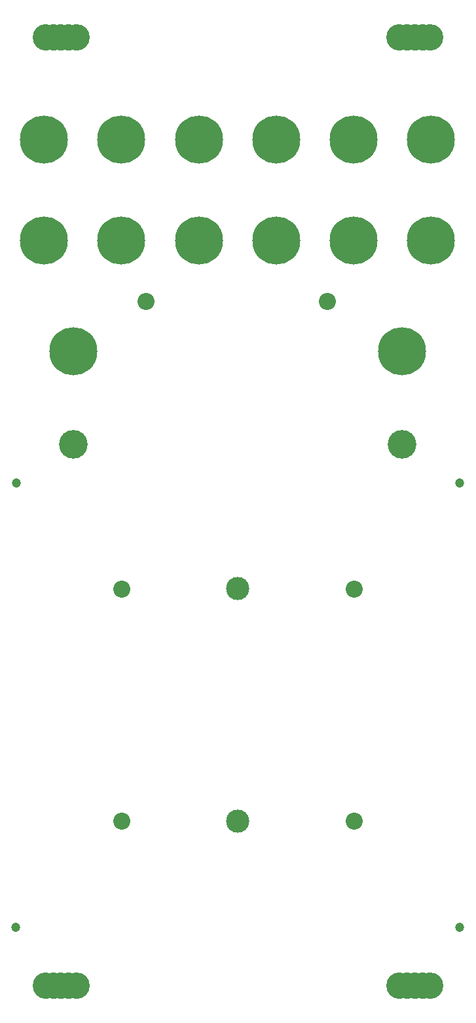
<source format=gbr>
G04 EAGLE Gerber RS-274X export*
G75*
%MOMM*%
%FSLAX34Y34*%
%LPD*%
%INSoldermask Top*%
%IPPOS*%
%AMOC8*
5,1,8,0,0,1.08239X$1,22.5*%
G01*
%ADD10C,6.203200*%
%ADD11C,2.203200*%
%ADD12C,3.703200*%
%ADD13C,1.203200*%
%ADD14C,3.403200*%
%ADD15C,3.003200*%


D10*
X52500Y1122500D03*
X152500Y1122500D03*
X52500Y992500D03*
X152500Y992500D03*
X253300Y1122700D03*
X253300Y992700D03*
X353300Y992700D03*
X353300Y1122700D03*
X453300Y1122700D03*
X453300Y992700D03*
X553300Y992700D03*
X553300Y1122700D03*
D11*
X184900Y913300D03*
X419600Y913300D03*
D10*
X90500Y849500D03*
X515500Y849500D03*
D12*
X515900Y729300D03*
X90900Y729300D03*
D11*
X153700Y542000D03*
X453700Y542000D03*
X453700Y242000D03*
X153700Y242000D03*
D13*
X16600Y105000D03*
X590700Y105000D03*
X590600Y679000D03*
X16700Y679000D03*
D14*
X75000Y30000D03*
X75000Y1255000D03*
X532500Y1255000D03*
X65000Y1255000D03*
X55000Y1255000D03*
X85000Y1255000D03*
X95000Y1255000D03*
X65000Y30000D03*
X55000Y30000D03*
X85000Y30000D03*
X95000Y30000D03*
X542500Y1255000D03*
X552500Y1255000D03*
X522500Y1255000D03*
X512500Y1255000D03*
X532500Y30000D03*
X542500Y30000D03*
X552500Y30000D03*
X522500Y30000D03*
X512500Y30000D03*
D15*
X303000Y542500D03*
X303000Y242500D03*
M02*

</source>
